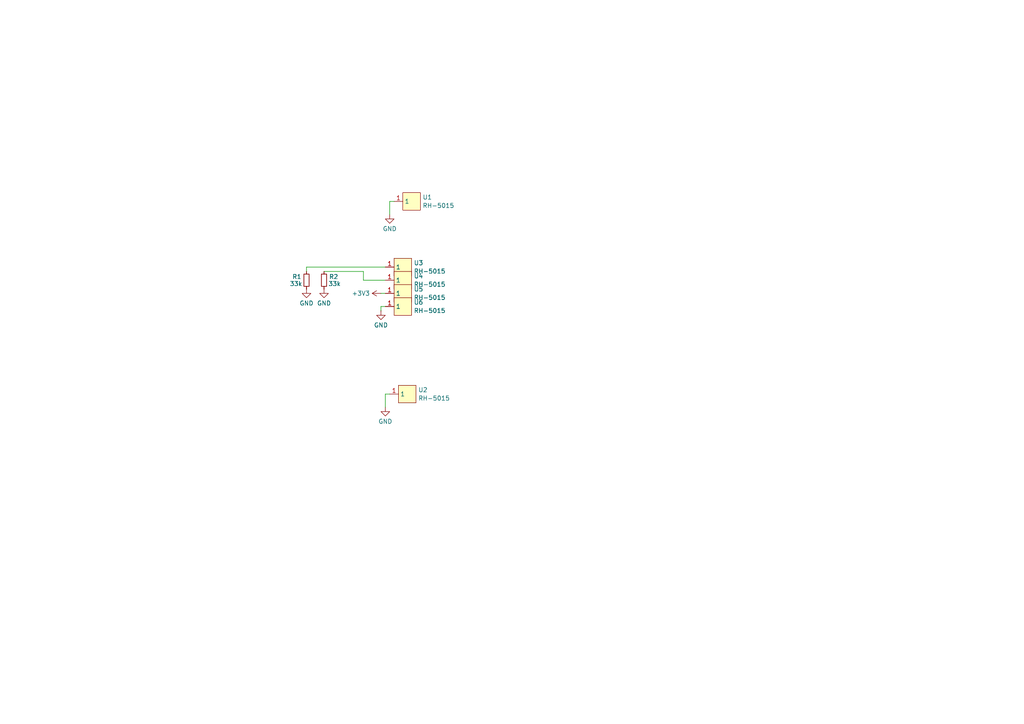
<source format=kicad_sch>
(kicad_sch (version 20231120) (generator "eeschema") (generator_version "8.0")
  (paper "A4")
  (lib_symbols
    (symbol "Device:R_Small" (pin_numbers hide) (pin_names (offset 0.254) hide)
      (property "Reference" "R" (at 0.762 0.508 0))
      (property "Value" "R_Small" (at 0.762 -1.016 0))
      (symbol "R_Small_0_1"
        (rectangle (start -0.762 1.778) (end 0.762 -1.778) (stroke (width 0.2032)))
      )
      (symbol "R_Small_1_1"
        (pin passive line (at 0 2.54 270) (length 0.762) (name "~") (number "1"))
        (pin passive line (at 0 -2.54 90) (length 0.762) (name "~") (number "2"))
      )
    )
    (symbol "easyeda2kicad:RH-5015"
      (property "Reference" "U" (at 0 5.08 0))
      (property "Value" "RH-5015" (at 0 -5.08 0))
      (symbol "RH-5015_0_1"
        (rectangle (start -2.54 2.54) (end 2.54 -2.54) (fill (type background)))
        (pin unspecified line (at -5.08 0 0) (length 2.54) (name "1") (number "1"))
      )
    )
    (symbol "power:+3V3" (power) (pin_numbers hide) (pin_names (offset 0) hide)
      (property "Value" "+3V3" (at 0 3.556 0))
      (symbol "+3V3_0_1"
        (polyline (pts (xy -0.762 1.27) (xy 0 2.54)))
        (polyline (pts (xy 0 0) (xy 0 2.54)))
        (polyline (pts (xy 0 2.54) (xy 0.762 1.27)))
      )
      (symbol "+3V3_1_1"
        (pin power_in line (at 0 0 90) (length 0) (name "~") (number "1"))
      )
    )
    (symbol "power:GND" (power) (pin_numbers hide) (pin_names (offset 0) hide)
      (property "Value" "GND" (at 0 -3.81 0))
      (symbol "GND_0_1"
        (polyline (pts (xy 0 0) (xy 0 -1.27) (xy 1.27 -1.27) (xy 0 -2.54) (xy -1.27 -1.27) (xy 0 -1.27)))
      )
      (symbol "GND_1_1"
        (pin power_in line (at 0 0 270) (length 0) (name "~") (number "1"))
      )
    )
  )
  (wire (pts (xy 105.41 78.74) (xy 105.41 81.28)))
  (wire (pts (xy 111.76 114.3) (xy 113.03 114.3)))
  (wire (pts (xy 93.98 78.74) (xy 105.41 78.74)))
  (wire (pts (xy 110.49 88.9) (xy 110.49 90.17)))
  (wire (pts (xy 110.49 88.9) (xy 111.76 88.9)))
  (wire (pts (xy 111.76 118.11) (xy 111.76 114.3)))
  (wire (pts (xy 110.49 85.09) (xy 111.76 85.09)))
  (wire (pts (xy 113.03 58.42) (xy 114.3 58.42)))
  (wire (pts (xy 105.41 81.28) (xy 111.76 81.28)))
  (wire (pts (xy 111.76 77.47) (xy 88.9 77.47)))
  (wire (pts (xy 88.9 77.47) (xy 88.9 78.74)))
  (wire (pts (xy 113.03 62.23) (xy 113.03 58.42)))
  (symbol (lib_id "power:GND") (at 111.76 118.11 0) (unit 1)
    (property "Reference" "#PWR03" (effects (hide yes)))
    (property "Value" "GND" (at 111.76 122.2431 0))
    (property "Description" "Power symbol creates a global label with name \"GND\" , ground" (effects (hide yes)))
  )
  (symbol (lib_id "Device:R_Small") (at 93.98 81.28 0) (mirror x) (unit 1)
    (property "Reference" "R2" (at 96.774 80.264 0))
    (property "Value" "33k" (at 97.028 82.296 0))
    (property "Footprint" "Resistor_SMD:R_0603_1608Metric_Pad0.98x0.95mm_HandSolder" (effects (hide yes)))
  )
  (symbol (lib_id "easyeda2kicad:RH-5015") (at 119.38 58.42 0) (unit 1)
    (property "Reference" "U1" (at 122.555 57.2078 0) (effects (justify left)))
    (property "Value" "RH-5015" (at 122.555 59.6321 0) (effects (justify left)))
    (property "Footprint" "easyeda2kicad:SMD_RH-5015" (effects (hide yes)))
    (property "LCSC Part" "C5199798" (effects (hide yes)))
  )
  (symbol (lib_id "Device:R_Small") (at 88.9 81.28 180) (unit 1)
    (property "Reference" "R1" (at 86.106 80.264 0))
    (property "Value" "33k" (at 85.852 82.296 0))
    (property "Footprint" "Resistor_SMD:R_0603_1608Metric_Pad0.98x0.95mm_HandSolder" (effects (hide yes)))
  )
  (symbol (lib_id "easyeda2kicad:RH-5015") (at 116.84 85.09 0) (unit 1)
    (property "Reference" "U5" (at 120.015 83.8778 0) (effects (justify left)))
    (property "Value" "RH-5015" (at 120.015 86.3021 0) (effects (justify left)))
    (property "Footprint" "easyeda2kicad:SMD_RH-5015" (effects (hide yes)))
    (property "LCSC Part" "C5199798" (effects (hide yes)))
  )
  (symbol (lib_id "easyeda2kicad:RH-5015") (at 116.84 77.47 0) (unit 1)
    (property "Reference" "U3" (at 120.015 76.2578 0) (effects (justify left)))
    (property "Value" "RH-5015" (at 120.015 78.6821 0) (effects (justify left)))
    (property "Footprint" "easyeda2kicad:SMD_RH-5015" (effects (hide yes)))
    (property "LCSC Part" "C5199798" (effects (hide yes)))
  )
  (symbol (lib_id "power:+3V3") (at 110.49 85.09 90) (unit 1)
    (property "Reference" "#PWR04" (effects (hide yes)))
    (property "Value" "+3V3" (at 107.315 85.09 90) (effects (justify left)))
    (property "Description" "Power symbol creates a global label with name \"+3V3\"" (effects (hide yes)))
  )
  (symbol (lib_id "power:GND") (at 113.03 62.23 0) (unit 1)
    (property "Reference" "#PWR02" (effects (hide yes)))
    (property "Value" "GND" (at 113.03 66.3631 0))
    (property "Description" "Power symbol creates a global label with name \"GND\" , ground" (effects (hide yes)))
  )
  (symbol (lib_id "easyeda2kicad:RH-5015") (at 118.11 114.3 0) (unit 1)
    (property "Reference" "U2" (at 121.285 113.0878 0) (effects (justify left)))
    (property "Value" "RH-5015" (at 121.285 115.5121 0) (effects (justify left)))
    (property "Footprint" "easyeda2kicad:SMD_RH-5015" (effects (hide yes)))
    (property "LCSC Part" "C5199798" (effects (hide yes)))
  )
  (symbol (lib_id "power:GND") (at 93.98 83.82 0) (unit 1)
    (property "Reference" "#PWR06" (effects (hide yes)))
    (property "Value" "GND" (at 93.98 87.9531 0))
    (property "Description" "Power symbol creates a global label with name \"GND\" , ground" (effects (hide yes)))
  )
  (symbol (lib_id "power:GND") (at 110.49 90.17 0) (unit 1)
    (property "Reference" "#PWR01" (effects (hide yes)))
    (property "Value" "GND" (at 110.49 94.3031 0))
    (property "Description" "Power symbol creates a global label with name \"GND\" , ground" (effects (hide yes)))
  )
  (symbol (lib_id "power:GND") (at 88.9 83.82 0) (mirror y) (unit 1)
    (property "Reference" "#PWR05" (effects (hide yes)))
    (property "Value" "GND" (at 88.9 87.9531 0))
    (property "Description" "Power symbol creates a global label with name \"GND\" , ground" (effects (hide yes)))
  )
  (symbol (lib_id "easyeda2kicad:RH-5015") (at 116.84 81.28 0) (unit 1)
    (property "Reference" "U4" (at 120.015 80.0678 0) (effects (justify left)))
    (property "Value" "RH-5015" (at 120.015 82.4921 0) (effects (justify left)))
    (property "Footprint" "easyeda2kicad:SMD_RH-5015" (effects (hide yes)))
    (property "LCSC Part" "C5199798" (effects (hide yes)))
  )
  (symbol (lib_id "easyeda2kicad:RH-5015") (at 116.84 88.9 0) (unit 1)
    (property "Reference" "U6" (at 120.015 87.6878 0) (effects (justify left)))
    (property "Value" "RH-5015" (at 120.015 90.1121 0) (effects (justify left)))
    (property "Footprint" "easyeda2kicad:SMD_RH-5015" (effects (hide yes)))
    (property "LCSC Part" "C5199798" (effects (hide yes)))
  )
)
</source>
